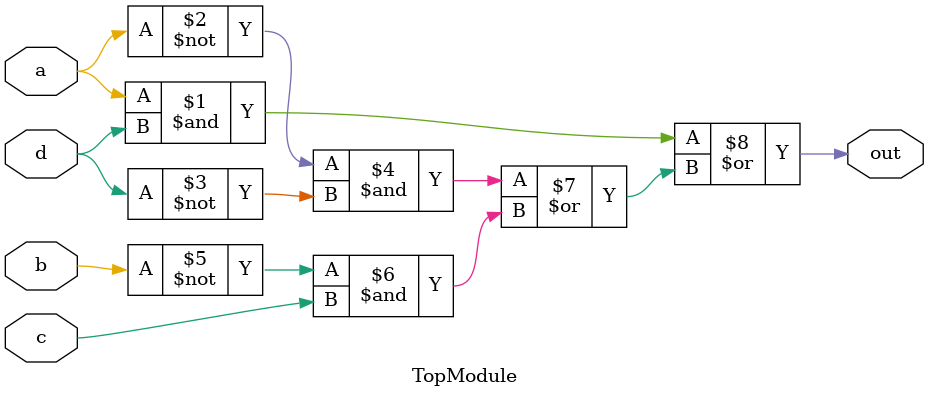
<source format=sv>

module TopModule (
  input a,
  input b,
  input c,
  input d,
  output out
);
assign out = (a & d) | ((~a & ~d) | (~b & c)); endmodule

// VERILOG-EVAL: endmodule not found

</source>
